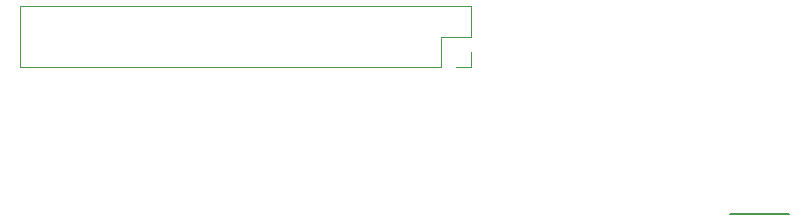
<source format=gbr>
G04 #@! TF.GenerationSoftware,KiCad,Pcbnew,(5.1.6-0-10_14)*
G04 #@! TF.CreationDate,2020-07-17T21:00:32+10:00*
G04 #@! TF.ProjectId,pcb-v2,7063622d-7632-42e6-9b69-6361645f7063,rev?*
G04 #@! TF.SameCoordinates,Original*
G04 #@! TF.FileFunction,Legend,Bot*
G04 #@! TF.FilePolarity,Positive*
%FSLAX46Y46*%
G04 Gerber Fmt 4.6, Leading zero omitted, Abs format (unit mm)*
G04 Created by KiCad (PCBNEW (5.1.6-0-10_14)) date 2020-07-17 21:00:32*
%MOMM*%
%LPD*%
G01*
G04 APERTURE LIST*
%ADD10C,0.200000*%
%ADD11C,0.120000*%
G04 APERTURE END LIST*
D10*
X148200000Y-122100000D02*
X143200000Y-122100000D01*
D11*
X121294400Y-109730000D02*
X121294400Y-108400000D01*
X119964400Y-109730000D02*
X121294400Y-109730000D01*
X121294400Y-107130000D02*
X121294400Y-104530000D01*
X118694400Y-107130000D02*
X121294400Y-107130000D01*
X118694400Y-109730000D02*
X118694400Y-107130000D01*
X121294400Y-104530000D02*
X83074400Y-104530000D01*
X118694400Y-109730000D02*
X83074400Y-109730000D01*
X83074400Y-109730000D02*
X83074400Y-104530000D01*
M02*

</source>
